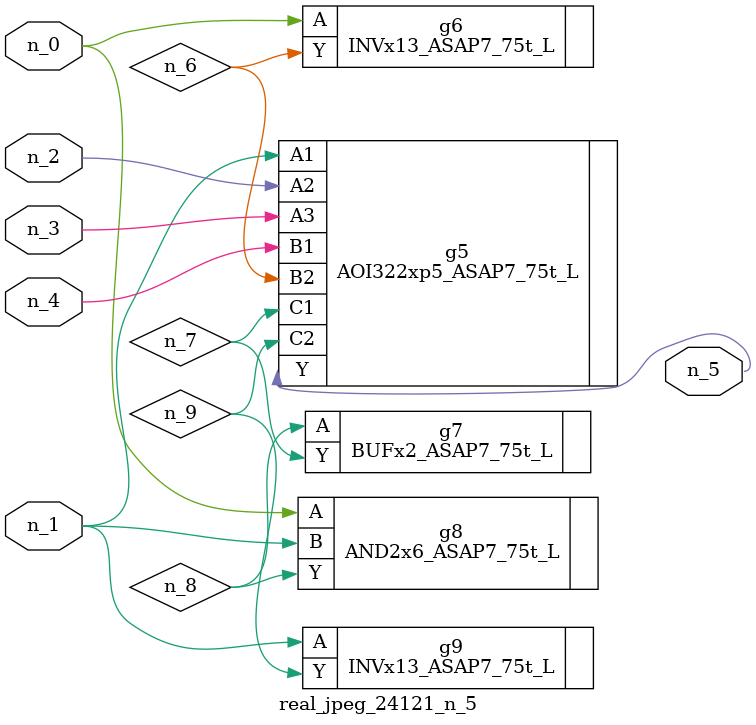
<source format=v>
module real_jpeg_24121_n_5 (n_4, n_0, n_1, n_2, n_3, n_5);

input n_4;
input n_0;
input n_1;
input n_2;
input n_3;

output n_5;

wire n_8;
wire n_6;
wire n_7;
wire n_9;

INVx13_ASAP7_75t_L g6 ( 
.A(n_0),
.Y(n_6)
);

AND2x6_ASAP7_75t_L g8 ( 
.A(n_0),
.B(n_1),
.Y(n_8)
);

AOI322xp5_ASAP7_75t_L g5 ( 
.A1(n_1),
.A2(n_2),
.A3(n_3),
.B1(n_4),
.B2(n_6),
.C1(n_7),
.C2(n_9),
.Y(n_5)
);

INVx13_ASAP7_75t_L g9 ( 
.A(n_1),
.Y(n_9)
);

BUFx2_ASAP7_75t_L g7 ( 
.A(n_8),
.Y(n_7)
);


endmodule
</source>
